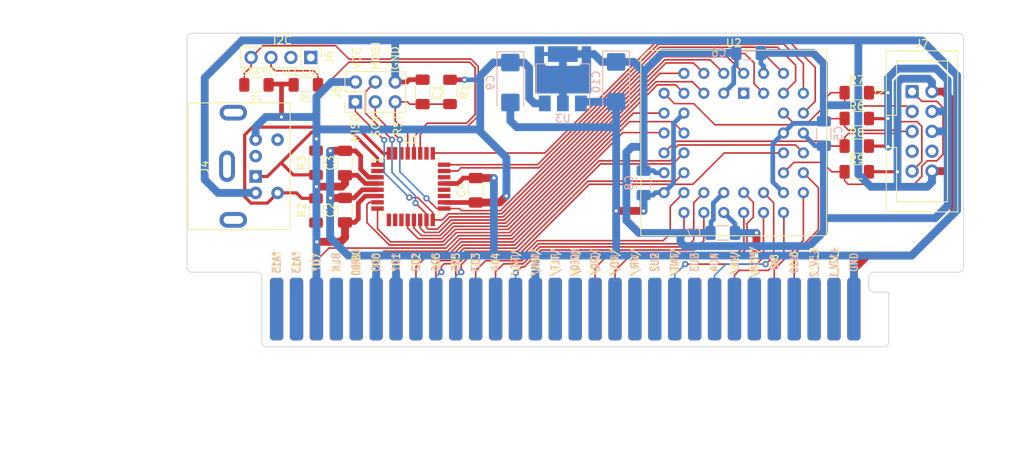
<source format=kicad_pcb>
(kicad_pcb (version 20221018) (generator pcbnew)
  (layers (0 "F.Cu" signal) (31 "B.Cu" signal) (34 "B.Paste" user) (35 "F.Paste" user) (36 "B.SilkS" user "B.Silkscreen") (37 "F.SilkS" user "F.Silkscreen") (38 "B.Mask" user) (39 "F.Mask" user) (44 "Edge.Cuts" user))
  (net 0 "")
  (net 1 "/*A14")
  (net 2 "/*A12")
  (net 3 "GND")
  (net 4 "/DOS{slash}")
  (net 5 "/F14M")
  (net 6 "/RST")
  (net 7 "/CLK")
  (net 8 "/*A0")
  (net 9 "/*A1")
  (net 10 "/*A2")
  (net 11 "/*A3")
  (net 12 "/IOGE{slash}")
  (net 13 "/RDR{slash}")
  (net 14 "/RS{slash}")
  (net 15 "/NU0")
  (net 16 "/NU1")
  (net 17 "/*BSRQ{slash}")
  (net 18 "/*RST{slash}")
  (net 19 "/*A7")
  (net 20 "/*A6")
  (net 21 "/*A5")
  (net 22 "/*A4")
  (net 23 "/CSR{slash}")
  (net 24 "/*BSAK{slash}")
  (net 25 "/*A9")
  (net 26 "/*A11")
  (net 27 "/+5V_1")
  (net 28 "/*A15")
  (net 29 "/*A13")
  (net 30 "/*D7")
  (net 31 "/BLK")
  (net 32 "/TURBO")
  (net 33 "/*D0")
  (net 34 "/*D1")
  (net 35 "/*D2")
  (net 36 "/*D6")
  (net 37 "/*D5")
  (net 38 "/*D3")
  (net 39 "/*D4")
  (net 40 "/*INT{slash}")
  (net 41 "/*NMI{slash}")
  (net 42 "/*HLT{slash}")
  (net 43 "/*MREQ{slash}")
  (net 44 "/*IORQ{slash}")
  (net 45 "/*RD{slash}")
  (net 46 "/*WR{slash}")
  (net 47 "/NU2")
  (net 48 "/*WAIT{slash}")
  (net 49 "/NU3")
  (net 50 "/NU4")
  (net 51 "/*M1{slash}")
  (net 52 "/*RFSH{slash}")
  (net 53 "/*A8")
  (net 54 "/*A10")
  (net 55 "/+5V_2")
  (net 56 "/+12V_1")
  (net 57 "VCC")
  (net 58 "/+3.3V")
  (net 59 "/MDAT")
  (net 61 "/MCLK")
  (net 63 "/DI4{slash}MISO")
  (net 64 "/DI5{slash}SCK")
  (net 65 "/DI3{slash}MOSI")
  (net 66 "/TCK")
  (net 67 "/TDO")
  (net 68 "/TMS")
  (net 71 "/TDI")
  (net 73 "/DI6")
  (net 74 "/DI7")
  (net 78 "/DI0")
  (net 79 "/DI1")
  (net 80 "/DI2")
  (net 84 "/MX")
  (net 85 "/MY")
  (net 86 "/MKEY")
  (net 88 "/SDA")
  (net 89 "/SCL")
  (footprint "Capacitor_SMD:C_1206_3216Metric_Pad1.33x1.80mm_HandSolder" (layer "F.Cu") (at 62.7 132.4 90)
    (fp_text reference "C2")
    (fp_text value "0.1u")
  )
  (footprint "Capacitor_SMD:C_1206_3216Metric_Pad1.33x1.80mm_HandSolder" (layer "F.Cu") (at 62.7 126.3875 90)
    (fp_text reference "C3")
    (fp_text value "0.1u")
  )
  (footprint "Resistor_SMD:R_1206_3216Metric_Pad1.30x1.75mm_HandSolder" (layer "F.Cu") (at 128 120.7)
    (fp_text reference "R6")
    (fp_text value "10K")
  )
  (footprint "Resistor_SMD:R_1206_3216Metric_Pad1.30x1.75mm_HandSolder" (layer "F.Cu") (at 59 132.45 -90)
    (fp_text reference "R2")
    (fp_text value "4.7K")
  )
  (footprint "my_lib:PinSocket_1x31_P2.54mm_2" (layer "F.Cu") (at 53.975 145.034 90)
    (fp_text reference "J2" hide)
    (fp_text value "X1B")
  )
  (footprint "Capacitor_SMD:C_1206_3216Metric_Pad1.33x1.80mm_HandSolder" (layer "F.Cu") (at 79.4 129.8625 90)
    (fp_text reference "C4")
    (fp_text value "0.1u")
  )
  (footprint "Resistor_SMD:R_1206_3216Metric_Pad1.30x1.75mm_HandSolder" (layer "F.Cu") (at 51.4 116.4 180)
    (fp_text reference "R4")
    (fp_text value "2.2K")
  )
  (footprint "Connector_Mini-DIN_Female_6Pin:Connector_Mini-DIN_Female_6Pin_2rows" (layer "F.Cu") (at 51.3 128.1 -90)
    (fp_text reference "J4")
    (fp_text value "Mini-DIN-6")
  )
  (footprint "Connector_PinHeader_2.54mm:PinHeader_1x04_P2.54mm_Vertical" (layer "F.Cu") (at 58.34 112.9 -90)
    (fp_text reference "J6")
    (fp_text value "Conn_01x04 Debug")
  )
  (footprint "Resistor_SMD:R_1206_3216Metric_Pad1.30x1.75mm_HandSolder" (layer "F.Cu") (at 128 124.21875)
    (fp_text reference "R8")
    (fp_text value "10K")
  )
  (footprint "Resistor_SMD:R_1206_3216Metric_Pad1.30x1.75mm_HandSolder" (layer "F.Cu") (at 57.7 116.4)
    (fp_text reference "R5")
    (fp_text value "2.2K")
  )
  (footprint "Capacitor_SMD:C_1206_3216Metric_Pad1.33x1.80mm_HandSolder" (layer "F.Cu") (at 72.6 117.3 -90)
    (fp_text reference "C1")
    (fp_text value "0.1u")
  )
  (footprint "Package_LCC:PLCC-44_THT-Socket" (layer "F.Cu") (at 113.57 117.46875)
    (fp_text reference "U2")
    (fp_text value "EPM3032ALC44")
  )
  (footprint "Connector_PinHeader_2.54mm:PinHeader_2x03_P2.54mm_Vertical" (layer "F.Cu") (at 64.025 118.575 90)
    (fp_text reference "J5")
    (fp_text value "Conn_02x03_Odd_Even ISP")
  )
  (footprint "Package_QFP:TQFP-32_7x7mm_P0.8mm" (layer "F.Cu") (at 71.1 129.4)
    (fp_text reference "U1")
    (fp_text value "ATmega8A-A")
  )
  (footprint "Resistor_SMD:R_1206_3216Metric_Pad1.30x1.75mm_HandSolder" (layer "F.Cu") (at 128 127.5)
    (fp_text reference "R9")
    (fp_text value "10K")
  )
  (footprint "Resistor_SMD:R_1206_3216Metric_Pad1.30x1.75mm_HandSolder" (layer "F.Cu") (at 76.1 117.3 -90)
    (fp_text reference "R1")
    (fp_text value "2.2K")
  )
  (footprint "Resistor_SMD:R_1206_3216Metric_Pad1.30x1.75mm_HandSolder" (layer "F.Cu") (at 128 117.4)
    (fp_text reference "R7")
    (fp_text value "10K")
  )
  (footprint "Resistor_SMD:R_1206_3216Metric_Pad1.30x1.75mm_HandSolder" (layer "F.Cu") (at 59 126.35 90)
    (fp_text reference "R3")
    (fp_text value "4.7K")
  )
  (footprint "Connector_IDC:IDC-Header_2x05_P2.54mm_Vertical" (layer "F.Cu") (at 135.06 117.25875)
    (fp_text reference "J7")
    (fp_text value "Conn_02x05_Odd_Even JTAG")
  )
  (footprint "Capacitor_SMD:C_1206_3216Metric_Pad1.33x1.80mm_HandSolder" (layer "B.Cu") (at 110.9 135.31875)
    (fp_text reference "C7")
    (fp_text value "0.1u")
  )
  (footprint "Package_TO_SOT_SMD:SOT-223-3_TabPin2" (layer "B.Cu") (at 90.5 115.61875 90)
    (fp_text reference "U3")
    (fp_text value "AMS1117-3.3")
  )
  (footprint "Capacitor_Tantalum_SMD:CP_EIA-6032-28_Kemet-C_Pad2.25x2.35mm_HandSolder" (layer "B.Cu") (at 83.8 116.1 -90)
    (fp_text reference "C9")
    (fp_text value "10u")
  )
  (footprint "Capacitor_SMD:C_1206_3216Metric_Pad1.33x1.80mm_HandSolder" (layer "B.Cu") (at 100.8 128.91875 -90)
    (fp_text reference "C8")
    (fp_text value "0.1u")
  )
  (footprint "Capacitor_Tantalum_SMD:CP_EIA-6032-28_Kemet-C_Pad2.25x2.35mm_HandSolder" (layer "B.Cu") (at 97.3 116.01875 -90)
    (fp_text reference "C10")
    (fp_text value "22u")
  )
  (footprint "Capacitor_SMD:C_1206_3216Metric_Pad1.33x1.80mm_HandSolder" (layer "B.Cu") (at 123.8 122.61875 90)
    (fp_text reference "C5")
    (fp_text value "0.1u")
  )
  (footprint "Capacitor_SMD:C_1206_3216Metric_Pad1.33x1.80mm_HandSolder" (layer "B.Cu") (at 114.2 112.31875)
    (fp_text reference "C6")
    (fp_text value "0.1u")
  )
  (footprint "my_lib:PinSocket_1x31_P2.54mm_2" (layer "B.Cu") (at 53.975 145.034 -90)
    (fp_text reference "J1" hide)
    (fp_text value "X1A")
  )
  (gr_arc (start 42.545 110.435) (mid 42.740987 109.981845) (end 43.2 109.8) (stroke (width 0.1)) (layer "Edge.Cuts"))
  (gr_arc (start 129.54 140.97) (mid 129.725987 140.520987) (end 130.175 140.335) (stroke (width 0.1)) (layer "Edge.Cuts"))
  (gr_line (start 43.2 109.8) (end 140.97 109.8) (stroke (width 0.1)) (layer "Edge.Cuts"))
  (gr_arc (start 52.705 149.86) (mid 52.255987 149.674013) (end 52.07 149.225) (stroke (width 0.1)) (layer "Edge.Cuts"))
  (gr_line (start 130.175 140.335) (end 140.97 140.335) (stroke (width 0.1)) (layer "Edge.Cuts"))
  (gr_arc (start 51.435 140.335) (mid 51.884013 140.520987) (end 52.07 140.97) (stroke (width 0.1)) (layer "Edge.Cuts"))
  (gr_line (start 42.545 139.7) (end 42.545 110.435) (stroke (width 0.1)) (layer "Edge.Cuts"))
  (gr_arc (start 130.175 142.875) (mid 129.725987 142.689013) (end 129.54 142.24) (stroke (width 0.1)) (layer "Edge.Cuts"))
  (gr_arc (start 140.97 109.8) (mid 141.419013 109.985987) (end 141.605 110.435) (stroke (width 0.1)) (layer "Edge.Cuts"))
  (gr_line (start 52.07 149.225) (end 52.07 140.97) (stroke (width 0.1)) (layer "Edge.Cuts"))
  (gr_line (start 141.605 139.7) (end 141.605 110.435) (stroke (width 0.1)) (layer "Edge.Cuts"))
  (gr_arc (start 132.08 149.225) (mid 131.894013 149.674013) (end 131.445 149.86) (stroke (width 0.1)) (layer "Edge.Cuts"))
  (gr_line (start 131.445 149.86) (end 52.705 149.86) (stroke (width 0.1)) (layer "Edge.Cuts"))
  (gr_arc (start 141.605 139.7) (mid 141.419013 140.149013) (end 140.97 140.335) (stroke (width 0.1)) (layer "Edge.Cuts"))
  (gr_line (start 51.435 140.335) (end 43.18 140.335) (stroke (width 0.1)) (layer "Edge.Cuts"))
  (gr_line (start 129.54 140.97) (end 129.54 142.24) (stroke (width 0.1)) (layer "Edge.Cuts"))
  (gr_arc (start 43.18 140.335) (mid 42.730987 140.149013) (end 42.545 139.7) (stroke (width 0.1)) (layer "Edge.Cuts"))
  (gr_line (start 132.08 149.225) (end 132.08 142.875) (stroke (width 0.1)) (layer "Edge.Cuts"))
  (gr_line (start 132.08 142.875) (end 130.175 142.875) (stroke (width 0.1)) (layer "Edge.Cuts"))
  (gr_text "*D3" (at 79.375 139.065 90) (layer "B.SilkS") (effects (font (size 1 0.9)) (justify mirror)))
  (gr_text "*D4" (at 81.915 139.065 90) (layer "B.SilkS") (effects (font (size 1 0.9)) (justify mirror)))
  (gr_text "*A8" (at 117.475 139.065 90) (layer "B.SilkS") (effects (font (size 1 0.8)) (justify mirror)))
  (gr_text "MREQ/" (at 92.075 139.065 90) (layer "B.SilkS") (effects (font (size 1 0.7)) (justify mirror)))
  (gr_text "NU4" (at 109.855 139.065 90) (layer "B.SilkS") (effects (font (size 1 0.8)) (justify mirror)))
  (gr_text "*RD/" (at 97.155 139.065 90) (layer "B.SilkS") (effects (font (size 1 0.9)) (justify mirror)))
  (gr_text "*A13" (at 56.515 139.065 90) (layer "B.SilkS") (effects (font (size 1 0.8)) (justify mirror)))
  (gr_text "*WR/" (at 99.695 139.065 90) (layer "B.SilkS") (effects (font (size 1 0.9)) (justify mirror)))
  (gr_text "+12V_1" (at 125.095 139.065 90) (layer "B.SilkS") (effects (font (size 1 0.7)) (justify mirror)))
  (gr_text "GND" (at 127.635 139.065 90) (layer "B.SilkS") (effects (font (size 1 0.8)) (justify mirror)))
  (gr_text "*D1" (at 69.215 139.065 90) (layer "B.SilkS") (effects (font (size 1 0.9)) (justify mirror)))
  (gr_text "*INT/" (at 84.455 139.065 90) (layer "B.SilkS") (effects (font (size 1 0.8)) (justify mirror)))
  (gr_text "IORQ/" (at 94.615 139.065 90) (layer "B.SilkS") (effects (font (size 1 0.7)) (justify mirror)))
  (gr_text "*D6" (at 74.295 139.065 90) (layer "B.SilkS") (effects (font (size 1 0.9)) (justify mirror)))
  (gr_text "TURBO" (at 64.135 139.065 90) (layer "B.SilkS") (effects (font (size 1 0.7)) (justify mirror)))
  (gr_text "*A15" (at 53.975 139.065 90) (layer "B.SilkS") (effects (font (size 1 0.8)) (justify mirror)))
  (gr_text "BLK" (at 61.595 139.065 90) (layer "B.SilkS") (effects (font (size 1 0.9)) (justify mirror)))
  (gr_text "NU3" (at 107.315 139.065 90) (layer "B.SilkS") (effects (font (size 1 0.8)) (justify mirror)))
  (gr_text "*D0" (at 66.675 139.065 90) (layer "B.SilkS") (effects (font (size 1 0.9)) (justify mirror)))
  (gr_text "*D2" (at 71.755 139.065 90) (layer "B.SilkS") (effects (font (size 1 0.9)) (justify mirror)))
  (gr_text "*HLT/" (at 89.535 139.065 90) (layer "B.SilkS") (effects (font (size 1 0.8)) (justify mirror)))
  (gr_text "*M1/" (at 112.395 139.065 90) (layer "B.SilkS") (effects (font (size 1 0.8)) (justify mirror)))
  (gr_text "+5V_2" (at 122.555 139.065 90) (layer "B.SilkS") (effects (font (size 1 0.8)) (justify mirror)))
  (gr_text "NU2" (at 102.235 139.065 90) (layer "B.SilkS") (effects (font (size 1 0.8)) (justify mirror)))
  (gr_text "*RFSH/" (at 114.935 139.065 90) (layer "B.SilkS") (effects (font (size 1 0.7)) (justify mirror)))
  (gr_text "*D7" (at 59.055 139.065 90) (layer "B.SilkS") (effects (font (size 1 0.9)) (justify mirror)))
  (gr_text "*NMI/" (at 86.995 139.065 90) (layer "B.SilkS") (effects (font (size 1 0.8)) (justify mirror)))
  (gr_text "*D5" (at 76.835 139.065 90) (layer "B.SilkS") (effects (font (size 1 0.9)) (justify mirror)))
  (gr_text "*WAIT/" (at 104.775 139.065 90) (layer "B.SilkS") (effects (font (size 1 0.7)) (justify mirror)))
  (gr_text "*A10" (at 120.015 139.065 90) (layer "B.SilkS") (effects (font (size 1 0.8)) (justify mirror)))
  (gr_text "BLK" (at 61.595 139.065 90) (layer "F.SilkS") (effects (font (size 1 0.9))))
  (gr_text "SDA" (at 49.5 115.3) (layer "F.SilkS") (effects (font (size 0.8 0.8) (thickness 0.1)) (justify left bottom)))
  (gr_text "*WAIT/" (at 104.775 139.065 90) (layer "F.SilkS") (effects (font (size 1 0.7))))
  (gr_text "*RD/" (at 97.155 139.065 90) (layer "F.SilkS") (effects (font (size 1 0.9))))
  (gr_text "MOSI" (at 67.2 114.6 90) (layer "F.SilkS") (effects (font (size 1 1)) (justify left bottom)))
  (gr_text "SCK" (at 67.2 123.2 90) (layer "F.SilkS") (effects (font (size 1 1)) (justify left bottom)))
  (gr_text "VCC" (at 54.6 115.3) (layer "F.SilkS") (effects (font (size 0.8 0.8) (thickness 0.1)) (justify left bottom)))
  (gr_text "I2C" (at 53.4 111.3) (layer "F.SilkS") (effects (font (size 1 1)) (justify left bottom)))
  (gr_text "RST" (at 70 123 90) (layer "F.SilkS") (effects (font (size 1 1)) (justify left bottom)))
  (gr_text "NU4" (at 109.855 139.065 90) (layer "F.SilkS") (effects (font (size 1 0.8))))
  (gr_text "*WR/" (at 99.695 139.065 90) (layer "F.SilkS") (effects (font (size 1 0.9))))
  (gr_text "GND" (at 57.1 115.3) (layer "F.SilkS") (effects (font (size 0.8 0.8) (thickness 0.1)) (justify left bottom)))
  (gr_text "*NMI/" (at 86.995 139.065 90) (layer "F.SilkS") (effects (font (size 1 0.8))))
  (gr_text "*RFSH/" (at 114.935 139.065 90) (layer "F.SilkS") (effects (font (size 1 0.7))))
  (gr_text "*D2" (at 71.755 139.065 90) (layer "F.SilkS") (effects (font (size 1 0.9))))
  (gr_text "GND" (at 69.7 114.6 90) (layer "F.SilkS") (effects (font (size 1 1)) (justify left bottom)))
  (gr_text "NU2" (at 102.235 139.065 90) (layer "F.SilkS") (effects (font (size 1 0.8))))
  (gr_text "NU3" (at 107.315 139.065 90) (layer "F.SilkS") (effects (font (size 1 0.8))))
  (gr_text "*D6" (at 74.295 139.065 90) (layer "F.SilkS") (effects (font (size 1 0.9))))
  (gr_text "TURBO" (at 64.135 139.065 90) (layer "F.SilkS") (effects (font (size 1 0.7))))
  (gr_text "SCL" (at 52 115.3) (layer "F.SilkS") (effects (font (size 0.8 0.8) (thickness 0.1)) (justify left bottom)))
  (gr_text "GND" (at 127.635 139.065 90) (layer "F.SilkS") (effects (font (size 1 0.8))))
  (gr_text "MISO" (at 64.6 123.8 90) (layer "F.SilkS") (effects (font (size 1 1)) (justify left bottom)))
  (gr_text "*A8" (at 117.475 139.065 90) (layer "F.SilkS") (effects (font (size 1 0.8))))
  (gr_text "*HLT/" (at 89.535 139.065 90) (layer "F.SilkS") (effects (font (size 1 0.8))))
  (gr_text "*INT/" (at 84.455 139.065 90) (layer "F.SilkS") (effects (font (size 1 0.8))))
  (gr_text "*A13" (at 56.515 139.065 90) (layer "F.SilkS") (effects (font (size 1 0.8))))
  (gr_text "IORQ/" (at 94.615 139.065 90) (layer "F.SilkS") (effects (font (size 1 0.7))))
  (gr_text "MREQ/" (at 92.075 139.065 90) (layer "F.SilkS") (effects (font (size 1 0.7))))
  (gr_text "*D4" (at 81.915 139.065 90) (layer "F.SilkS") (effects (font (size 1 0.9))))
  (gr_text "*A10" (at 120.015 139.065 90) (layer "F.SilkS") (effects (font (size 1 0.8))))
  (gr_text "*D1" (at 69.215 139.065 90) (layer "F.SilkS") (effects (font (size 1 0.9))))
  (gr_text "*A15" (at 53.975 139.065 90) (layer "F.SilkS") (effects (font (size 1 0.8))))
  (gr_text "*M1/" (at 112.395 139.065 90) (layer "F.SilkS") (effects (font (size 1 0.8))))
  (gr_text "*D5" (at 76.835 139.065 90) (layer "F.SilkS") (effects (font (size 1 0.9))))
  (gr_text "VCC" (at 64.8 114.5 90) (layer "F.SilkS") (effects (font (size 1 1)) (justify left bottom)))
  (gr_text "*D3" (at 79.375 139.065 90) (layer "F.SilkS") (effects (font (size 1 0.9))))
  (gr_text "*D0" (at 66.675 139.065 90) (layer "F.SilkS") (effects (font (size 1 0.9))))
  (gr_text "+5V_2" (at 122.555 139.065 90) (layer "F.SilkS") (effects (font (size 1 0.8))))
  (gr_text "*D7" (at 59.055 139.065 90) (layer "F.SilkS") (effects (font (size 1 0.9))))
  (gr_text "+12V_1" (at 125.095 139.065 90) (layer "F.SilkS") (effects (font (size 1 0.7))))
  (segment (start 60.85 130.85) (end 62.7 130.85) (width 1) (layer "F.Cu") (net 3))
  (segment (start 129.35 138.2) (end 135 138.2) (width 1) (layer "F.Cu") (net 3))
  (segment (start 139.05875 117.25875) (end 137.6 117.25875) (width 1) (layer "F.Cu") (net 3))
  (segment (start 79.4 128.3) (end 77.8 128.3) (width 0.6) (layer "F.Cu") (net 3))
  (segment (start 70.9 115.7375) (end 72.6 115.7375) (width 0.6) (layer "F.Cu") (net 3))
  (segment (start 129.55 127.5) (end 133.2 127.5) (width 0.4) (layer "F.Cu") (net 3))
  (segment (start 127.635 145.034) (end 127.635 139.915) (width 1) (layer "F.Cu") (net 3))
  (segment (start 140.4 132.8) (end 140.4 118.6) (width 1) (layer "F.Cu") (net 3))
  (segment (start 69.105 116.035) (end 70.6025 116.035) (width 0.6) (layer "F.Cu") (net 3))
  (segment (start 137.6 127.41875) (end 140.28125 127.41875) (width 1) (layer "F.Cu") (net 3))
  (segment (start 100.8 132.5) (end 97.3 132.5) (width 1) (layer "F.Cu") (net 3))
  (segment (start 64.9 129.8) (end 66.85 129.8) (width 0.6) (layer "F.Cu") (net 3))
  (segment (start 66.85 128.2) (end 65.725 128.2) (width 0.6) (layer "F.Cu") (net 3))
  (segment (start 127.635 139.915) (end 129.35 138.2) (width 1) (layer "F.Cu") (net 3))
  (segment (start 65.725 128.2) (end 64.7 127.175) (width 0.6) (layer "F.Cu") (net 3))
  (segment (start 62.7 130.85) (end 63.85 130.85) (width 0.6) (layer "F.Cu") (net 3))
  (segment (start 64.7 127.175) (end 64.7 125.5) (width 0.6) (layer "F.Cu") (net 3))
  (segment (start 63.85 130.85) (end 64.9 129.8) (width 0.6) (layer "F.Cu") (net 3))
  (segment (start 115.2 135.3) (end 115.2 138.2) (width 1) (layer "F.Cu") (net 3))
  (segment (start 70.6025 116.035) (end 70.9 115.7375) (width 0.6) (layer "F.Cu") (net 3))
  (segment (start 60.825 124.825) (end 62.7 124.825) (width 1) (layer "F.Cu") (net 3))
  (segment (start 77.8 128.3) (end 77.1 129) (width 0.6) (layer "F.Cu") (net 3))
  (segment (start 64.025 124.825) (end 62.7 124.825) (width 0.6) (layer "F.Cu") (net 3))
  (segment (start 79.4 128.3) (end 81.7 128.3) (width 1) (layer "F.Cu") (net 3))
  (segment (start 140.4 118.6) (end 139.05875 117.25875) (width 1) (layer "F.Cu") (net 3))
  (segment (start 64.7 125.5) (end 64.025 124.825) (width 0.6) (layer "F.Cu") (net 3))
  (segment (start 77.1 129) (end 75.35 129) (width 0.6) (layer "F.Cu") (net 3))
  (segment (start 135 138.2) (end 140.4 132.8) (width 1) (layer "F.Cu") (net 3))
  (via (at 81.7 128.3) (size 0.8) (drill 0.4) (layers "F.Cu" "B.Cu") (net 3))
  (via (at 115.2 135.3) (size 0.8) (drill 0.4) (layers "F.Cu" "B.Cu") (net 3))
  (via (at 133.2 127.5) (size 0.8) (drill 0.4) (layers "F.Cu" "B.Cu") (net 3))
  (via (at 60.85 130.85) (size 0.8) (drill 0.4) (layers "F.Cu" "B.Cu") (net 3))
  (via (at 100.8 132.5) (size 0.8) (drill 0.4) (layers "F.Cu" "B.Cu") (net 3))
  (via (at 60.825 124.825) (size 0.8) (drill 0.4) (layers "F.Cu" "B.Cu") (net 3))
  (via (at 97.3 132.5) (size 0.8) (drill 0.4) (layers "F.Cu" "B.Cu") (net 3))
  (via (at 115.2 138.2) (size 0.8) (drill 0.4) (layers "F.Cu" "B.Cu") (net 3))
  (segment (start 63.1 138.2) (end 135 138.2) (width 1) (layer "B.Cu") (net 3))
  (segment (start 69.105 116.035) (end 69.105 110.72375) (width 1) (layer "B.Cu") (net 3))
  (segment (start 46.5 130.2) (end 51.3 130.2) (width 1) (layer "B.Cu") (net 3))
  (segment (start 137.6 128.81875) (end 137.6 127.41875) (width 1) (layer "B.Cu") (net 3))
  (segment (start 104.6212 121.33755) (end 104.6212 128.95755) (width 0.6) (layer "B.Cu") (net 3))
  (segment (start 128.2 119) (end 128.2 122.31875) (width 1) (layer "B.Cu") (net 3))
  (segment (start 119.88 121.31875) (end 118.65 122.54875) (width 0.6) (layer "B.Cu") (net 3))
  (segment (start 60.8 130.8) (end 60.85 130.85) (width 1) (layer "B.Cu") (net 3))
  (segment (start 97.3 121.6) (end 97.3 118.56875) (width 1) (layer "B.Cu") (net 3))
  (segment (start 117.28125 123.9175) (end 118.65 122.54875) (width 0.6) (layer "B.Cu") (net 3))
  (segment (start 133.697056 115.61875) (end 133.2 116.115806) (width 1) (layer "B.Cu") (net 3))
  (segment (start 69.215 145.034) (end 69.215 138.2) (width 1) (layer "B.Cu") (net 3))
  (segment (start 135 138.2) (end 140.8 132.4) (width 1) (layer "B.Cu") (net 3))
  (segment (start 137.6 116.056669) (end 137.162081 115.61875) (width 1) (layer "B.Cu") (net 3))
  (segment (start 102.01875 130.48125) (end 102.33125 130.16875) (width 0.6) (layer "B.Cu") (net 3))
  (segment (start 133.2 116.115806) (end 133.2 127.5) (width 1) (layer "B.Cu") (net 3))
  (segment (start 44.8 115.5) (end 44.8 128.5) (width 1) (layer "B.Cu") (net 3))
  (segment (start 81.7 138.2) (end 81.7 128.3) (width 1) (layer "B.Cu") (net 3))
  (segment (start 137.6 117.25875) (end 137.6 116.056669) (width 1) (layer "B.Cu") (net 3))
  (segment (start 49.58125 110.71875) (end 44.8 115.5) (width 1) (layer "B.Cu") (net 3))
  (segment (start 69.105 110.72375) (end 69.1 110.71875) (width 1) (layer "B.Cu") (net 3))
  (segment (start 115.18125 135.31875) (end 115.2 135.3) (width 0.6) (layer "B.Cu") (net 3))
  (segment (start 112.4625 134.14125) (end 111.03 132.70875) (width 0.6) (layer "B.Cu") (net 3))
  (segment (start 100.8 130.48125) (end 102.01875 130.48125) (width 0.6) (layer "B.Cu") (net 3))
  (segment (start 97.3 132.5) (end 97.3 121.6) (width 1) (layer "B.Cu") (net 3))
  (segment (start 60.8 135.9) (end 63.1 138.2) (width 1) (layer "B.Cu") (net 3))
  (segment (start 127.635 138.2) (end 127.635 145.034) (width 1) (layer "B.Cu") (net 3))
  (segment (start 66.675 145.034) (end 66.675 138.2) (width 1) (layer "B.Cu") (net 3))
  (segment (start 117.28125 128.8) (end 117.28125 123.9175) (width 0.6) (layer "B.Cu") (net 3))
  (segment (start 137.162081 115.61875) (end 133.697056 115.61875) (width 1) (layer "B.Cu") (net 3))
  (segment (start 104.6212 128.95755) (end 103.41 130.16875) (width 0.6) (layer "B.Cu") (net 3))
  (segment (start 133.2 127.5) (end 133.2 129.41875) (width 1) (layer "B.Cu") (net 3))
  (segment (start 123.8 119) (end 128.2 119) (width 1) (layer "B.Cu") (net 3))
  (segment (start 123.8 119) (end 123.8 113.7) (width 1) (layer "B.Cu") (net 3))
  (segment (start 100.8 130.48125) (end 100.8 132.5) (width 1) (layer "B.Cu") (net 3))
  (segment (start 129.8 129.41875) (end 128.2 127.81875) (width 1) (layer "B.Cu") (net 3))
  (segment (start 134 129.41875) (end 129.8 129.41875) (width 1) (layer "B.Cu") (net 3))
  (segment (start 123.8 113.7) (end 122.41875 112.31875) (width 1) (layer "B.Cu") (net 3))
  (segment (start 116.11 114.01) (end 116.11 114.92875) (width 0.6) (layer "B.Cu") (net 3))
  (segment (start 115.7625 113.6625) (end 116.11 114.01) (width 0.6) (layer "B.Cu") (net 3))
  (segment (start 136.31875 110.71875) (end 69.1 110.71875) (width 1) (layer "B.Cu") (net 3))
  (segment (start 122.41875 112.31875) (end 115.7625 112.31875) (width 1) (layer "B.Cu") (net 3))
  (segment (start 102.33125 130.16875) (end 103.41 130.16875) (width 0.6) (layer "B.Cu") (net 3))
  (segment (start 140.8 115.2) (end 136.31875 110.71875) (width 1) (layer "B.Cu") (net 3))
  (segment (start 86.995 145.034) (end 86.995 138.7) (width 1) (layer "B.Cu") (net 3))
  (segment (start 60.825 124.825) (end 60.8 124.85) (width 1) (layer "B.Cu") (net 3))
  (segment (start 112.4625 135.31875) (end 115.18125 135.31875) (width 1) (layer "B.Cu") (net 3))
  (segment (start 137 129.41875) (end 137.6 128.81875) (width 1) (layer "B.Cu") (net 3))
  (segment (start 69.1 110.71875) (end 49.58125 110.71875) (width 1) (layer "B.Cu") (net 3))
  (segment (start 60.8 124.85) (end 60.8 130.8) (width 1) (layer "B.Cu") (net 3))
  (segment (start 93 118.56875) (end 92.8 118.76875) (width 1) (layer "B.Cu") (net 3))
  (segment (start 115.7625 112.31875) (end 115.7625 113.6625) (width 0.6) (layer "B.Cu") (net 3))
  (segment (start 60.85 130.85) (end 60.8 130.9) (width 1) (layer "B.Cu") (net 3))
  (segment (start 60.8 130.9) (end 60.8 135.9) (width 1) (layer "B.Cu") (net 3))
  (segment (start 97.3 138.2) (end 97.3 132.5) (width 1) (layer "B.Cu") (net 3))
  (segment (start 44.8 128.5) (end 46.5 130.2) (width 1) (layer "B.Cu") (net 3))
  (segment (start 83.8 121) (end 83.8 118.65) (width 1) (layer "B.Cu") (net 3))
  (segment (start 84.6 121.8) (end 83.8 121) (width 1) (layer "B.Cu") (net 3))
  (segment (start 123.8 121.05625) (end 123.8 119) (width 1) (layer "B.Cu") (net 3))
  (segment (start 123.5375 121.31875) (end 119.88 121.31875) (width 0.6) (layer "B.Cu") (net 3))
  (segment (start 97.3 118.56875) (end 93 118.56875) (width 1) (layer "B.Cu") (net 3))
  (segment (start 134 129.41875) (end 137 129.41875) (width 1) (layer "B.Cu") (net 3))
  (segment (start 128.2 127.81875) (end 128.2 122.31875) (width 1) (layer "B.Cu") (net 3))
  (segment (start 112.4625 135.31875) (end 112.4625 134.14125) (width 0.6) (layer "B.Cu") (net 3))
  (segment (start 140.8 132.4) (end 140.8 115.2) (width 1) (layer "B.Cu") (net 3))
  (segment (start 123.8 121.05625) (end 123.5375 121.31875) (width 0.6) (layer "B.Cu") (net 3))
  (segment (start 117.28125 128.8) (end 118.65 130.16875) (width 0.6) (layer "B.Cu") (net 3))
  (segment (start 105.95 120.00875) (end 104.6212 121.33755) (width 0.6) (layer "B.Cu") (net 3))
  (segment (start 128.2 110.71875) (end 128.2 119) (width 1) (layer "B.Cu") (net 3))
  (segment (start 97.1 121.8) (end 84.6 121.8) (width 1) (layer "B.Cu") (net 3))
  (segment (start 70.675 118.575) (end 70.9625 118.8625) (width 0.2) (layer "F.Cu") (net 6))
  (segment (start 69.105 118.575) (end 70.675 118.575) (width 0.2) (layer "F.Cu") (net 6))
  (segment (start 70.9625 118.8625) (end 72.6 118.8625) (width 0.2) (layer "F.Cu") (net 6))
  (segment (start 72.6 118.8625) (end 75.4875 118.8625) (width 0.2) (layer "F.Cu") (net 6))
  (segment (start 70.7 122.6) (end 69.105 121.005) (width 0.2) (layer "F.Cu") (net 6))
  (segment (start 69.105 121.005) (end 69.105 118.575) (width 0.2) (layer "F.Cu") (net 6))
  (segment (start 70.7 125.15) (end 70.7 122.6) (width 0.2) (layer "F.Cu") (net 6))
  (segment (start 93.7 128.7) (end 104.87875 128.7) (width 0.2) (layer "F.Cu") (net 8))
  (segment (start 76.447055 139.250002) (end 78.034557 137.6625) (width 0.2) (layer "F.Cu") (net 8))
  (segment (start 78.034557 137.6625) (end 84.7375 137.6625) (width 0.2) (layer "F.Cu") (net 8))
  (segment (start 75.349998 139.250002) (end 76.447055 139.250002) (width 0.2) (layer "F.Cu") (net 8))
  (segment (start 104.87875 128.7) (end 105.95 127.62875) (width 0.2) (layer "F.Cu") (net 8))
  (segment (start 74.995 140.31875) (end 74.995 139.605) (width 0.2) (layer "F.Cu") (net 8))
  (segment (start 84.7375 137.6625) (end 93.7 128.7) (width 0.2) (layer "F.Cu") (net 8))
  (segment (start 74.995 139.605) (end 75.349998 139.250002) (width 0.2) (layer "F.Cu") (net 8))
  (via (at 74.995 140.31875) (size 0.8) (drill 0.4) (layers "F.Cu" "B.Cu") (net 8))
  (segment (start 74.295 145.034) (end 74.295 140.905) (width 0.2) (layer "B.Cu") (net 8))
  (segment (start 74.88125 140.31875) (end 74.995 140.31875) (width 0.2) (layer "B.Cu") (net 8))
  (segment (start 74.295 140.905) (end 74.88125 140.31875) (width 0.2) (layer "B.Cu") (net 8))
  (segment (start 87.231372 136.3) (end 103.3 136.3) (width 0.2) (layer "F.Cu") (net 9))
  (segment (start 77.535 139.365) (end 78.4375 138.4625) (width 0.2) (layer "F.Cu") (net 9))
  (segment (start 104.2 131.91875) (end 105.95 130.16875) (width 0.2) (layer "F.Cu") (net 9))
  (segment (start 78.4375 138.4625) (end 85.068872 138.4625) (width 0.2) (layer "F.Cu") (net 9))
  (segment (start 77.535 140.31875) (end 77.535 139.365) (width 0.2) (layer "F.Cu") (net 9))
  (segment (start 104.2 135.4) (end 104.2 131.91875) (width 0.2) (layer "F.Cu") (net 9))
  (segment (start 85.068872 138.4625) (end 87.231372 136.3) (width 0.2) (layer "F.Cu") (net 9))
  (segment (start 103.3 136.3) (end 104.2 135.4) (width 0.2) (layer "F.Cu") (net 9))
  (via (at 77.535 140.31875) (size 0.8) (drill 0.4) (layers "F.Cu" "B.Cu") (net 9))
  (segment (start 76.835 140.865) (end 77.38125 140.31875) (width 0.2) (layer "B.Cu") (net 9))
  (segment (start 77.38125 140.31875) (end 77.535 140.31875) (width 0.2) (layer "B.Cu") (net 9))
  (segment (start 76.835 145.034) (end 76.835 140.865) (width 0.2) (layer "B.Cu") (net 9))
  (segment (start 108.49 136.31) (end 108.49 132.70875) (width 0.2) (layer "F.Cu") (net 12))
  (segment (start 107.3 137.5) (end 108.49 136.31) (width 0.2) (layer "F.Cu") (net 12))
  (segment (start 84.5 140.4) (end 85.2375 139.6625) (width 0.2) (layer "F.Cu") (net 12))
  (segment (start 85.2375 139.6625) (end 85.56593 139.6625) (width 0.2) (layer "F.Cu") (net 12))
  (segment (start 85.56593 139.6625) (end 87.72843 137.5) (width 0.2) (layer "F.Cu") (net 12))
  (segment (start 87.72843 137.5) (end 107.3 137.5) (width 0.2) (layer "F.Cu") (net 12))
  (via (at 84.5 140.4) (size 0.8) (drill 0.4) (layers "F.Cu" "B.Cu") (net 12))
  (segment (start 84.455 145.034) (end 84.455 140.445) (width 0.2) (layer "B.Cu") (net 12))
  (segment (start 84.455 140.445) (end 84.5 140.4) (width 0.2) (layer "B.Cu") (net 12))
  (segment (start 116.1 138.431371) (end 116.1 132.71875) (width 0.2) (layer "F.Cu") (net 19))
  (segment (start 106.1 139.3) (end 115.231371 139.3) (width 0.2) (layer "F.Cu") (net 19))
  (segment (start 115.231371 139.3) (end 116.1 138.431371) (width 0.2) (layer "F.Cu") (net 19))
  (via (at 106.1 139.3) (size 0.8) (drill 0.4) (layers "F.Cu" "B.Cu") (net 19))
  (segment (start 104.775 140.625) (end 104.775 145.034) (width 0.2) (layer "B.Cu") (net 19))
  (segment (start 106.1 139.3) (end 104.775 140.625) (width 0.2) (layer "B.Cu") (net 19))
  (segment (start 116.4 139.3) (end 117.4 138.3) (width 0.2) (layer "F.Cu") (net 21))
  (segment (start 116.36066 139.3) (end 116.4 139.3) (width 0.2) (layer "F.Cu") (net 21))
  (segment (start 117.4 138.3) (end 117.4 131.45875) (width 0.2) (layer "F.Cu") (net 21))
  (segment (start 117.4 131.45875) (end 116.11 130.16875) (width 0.2) (layer "F.Cu") (net 21))
  (via (at 116.36066 139.3) (size 0.8) (drill 0.4) (layers "F.Cu" "B.Cu") (net 21))
  (segment (start 116.36066 139.3) (end 111.3 139.3) (width 0.2) (layer "B.Cu") (net 21))
  (segment (start 109.855 140.745) (end 109.855 145.034) (width 0.2) (layer "B.Cu") (net 21))
  (segment (start 111.3 139.3) (end 109.855 140.745) (width 0.2) (layer "B.Cu") (net 21))
  (segment (start 77.171814 135.6625) (end 83.860046 135.6625) (width 0.2) (layer "F.Cu") (net 30))
  (segment (start 59.055 145.034) (end 59.055 138.845) (width 0.2) (layer "F.Cu") (net 30))
  (segment (start 75.584314 137.25) (end 77.171814 135.6625) (width 0.2) (layer "F.Cu") (net 30))
  (segment (start 83.860046 135.6625) (end 99.513796 120.00875) (width 0.2) (layer "F.Cu") (net 30))
  (segment (start 59.055 138.845) (end 60.65 137.25) (width 0.2) (layer "F.Cu") (net 30))
  (segment (start 60.65 137.25) (end 75.584314 137.25) (width 0.2) (layer "F.Cu") (net 30))
  (segment (start 99.513796 120.00875) (end 103.41 120.00875) (width 0.2) (layer "F.Cu") (net 30))
  (segment (start 75.784312 137.650002) (end 77.371814 136.0625) (width 0.2) (layer "F.Cu") (net 33))
  (segment (start 66.675 138.625) (end 67.649998 137.650002) (width 0.2) (layer "F.Cu") (net 33))
  (segment (start 104.50125 121.1) (end 105.95 122.54875) (width 0.2) (layer "F.Cu") (net 33))
  (segment (start 67.649998 137.650002) (end 75.784312 137.650002) (width 0.2) (layer "F.Cu") (net 33))
  (segment (start 77.371814 136.0625) (end 84.025732 136.0625) (width 0.2) (layer "F.Cu") (net 33))
  (segment (start 66.675 145.034) (end 66.675 138.625) (width 0.2) (layer "F.Cu") (net 33))
  (segment (start 98.988232 121.1) (end 104.50125 121.1) (width 0.2) (layer "F.Cu") (net 33))
  (segment (start 84.025732 136.0625) (end 98.988232 121.1) (width 0.2) (layer "F.Cu") (net 33))
  (segment (start 75.949998 138.050002) (end 77.5375 136.4625) (width 0.2) (layer "F.Cu") (net 34))
  (segment (start 69.215 145.034) (end 69.215 138.885) (width 0.2) (layer "F.Cu") (net 34))
  (segment (start 84.191418 136.4625) (end 98.153918 122.5) (width 0.2) (layer "F.Cu") (net 34))
  (segment (start 70.049998 138.050002) (end 75.949998 138.050002) (width 0.2) (layer "F.Cu") (net 34))
  (segment (start 77.5375 136.4625) (end 84.191418 136.4625) (width 0.2) (layer "F.Cu") (net 34))
  (segment (start 69.215 138.885) (end 70.049998 138.050002) (width 0.2) (layer "F.Cu") (net 34))
  (segment (start 98.153918 122.5) (end 103.36125 122.5) (width 0.2) (layer "F.Cu") (net 34))
  (segment (start 104.7 125.6) (end 104.7 124.6) (width 0.2) (layer "F.Cu") (net 35))
  (segment (start 104.7 124.6) (end 105.22245 124.07755) (width 0.2) (layer "F.Cu") (net 35))
  (segment (start 71.755 139.645) (end 72.949998 138.450002) (width 0.2) (layer "F.Cu") (net 35))
  (segment (start 84.357104 136.8625) (end 95.119604 126.1) (width 0.2) (layer "F.Cu") (net 35))
  (segment (start 76.115684 138.450002) (end 77.703186 136.8625) (width 0.2) (layer "F.Cu") (net 35))
  (segment (start 105.22245 124.07755) (end 120.1788 124.07755) (width 0.2) (layer "F.Cu") (net 35))
  (segment (start 120.1788 124.07755) (end 121.19 125.08875) (width 0.2) (layer "F.Cu") (net 35))
  (segment (start 77.703186 136.8625) (end 84.357104 136.8625) (width 0.2) (layer "F.Cu") (net 35))
  (segment (start 104.2 126.1) (end 104.7 125.6) (width 0.2) (layer "F.Cu") (net 35))
  (segment (start 71.755 145.034) (end 71.755 139.645) (width 0.2) (layer "F.Cu") (net 35))
  (segment (start 72.949998 138.450002) (end 76.115684 138.450002) (width 0.2) (layer "F.Cu") (net 35))
  (segment (start 95.119604 126.1) (end 104.2 126.1) (width 0.2) (layer "F.Cu") (net 35))
  (segment (start 84.5375 137.2625) (end 95.3 126.5) (width 0.2) (layer "F.Cu") (net 36))
  (segment (start 95.3 126.5) (end 104.53875 126.5) (width 0.2) (layer "F.Cu") (net 36))
  (segment (start 74.295 145.034) (end 74.295 139.305) (width 0.2) (layer "F.Cu") (net 36))
  (segment (start 77.868872 137.2625) (end 84.5375 137.2625) (width 0.2) (layer "F.Cu") (net 36))
  (segment (start 76.28137 138.850002) (end 77.868872 137.2625) (width 0.2) (layer "F.Cu") (net 36))
  (segment (start 74.749998 138.850002) (end 76.28137 138.850002) (width 0.2) (layer "F.Cu") (net 36))
  (segment (start 74.295 139.305) (end 74.749998 138.850002) (width 0.2) (layer "F.Cu") (net 36))
  (segment (start 104.53875 126.5) (end 105.95 125.08875) (width 0.2) (layer "F.Cu") (net 36))
  (segment (start 93.865686 129.1) (end 107.1 129.1) (width 0.2) (layer "F.Cu") (net 37))
  (segment (start 84.903186 138.0625) (end 93.865686 129.1) (width 0.2) (layer "F.Cu") (net 37))
  (segment (start 76.835 145.034) (end 76.835 139.499314) (width 0.2) (layer "F.Cu") (net 37))
  (segment (start 111.1 125.1) (end 118.63875 125.1) (width 0.2) (layer "F.Cu") (net 37))
  (segment (start 107.1 129.1) (end 111.1 125.1) (width 0.2) (layer "F.Cu") (net 37))
  (segment (start 76.835 139.499314) (end 78.271814 138.0625) (width 0.2) (layer "F.Cu") (net 37))
  (segment (start 78.271814 138.0625) (end 84.903186 138.0625) (width 0.2) (layer "F.Cu") (net 37))
  (segment (start 87.397058 136.7) (end 105.1 136.7) (width 0.2) (layer "F.Cu") (net 38))
  (segment (start 79.375 145.034) (end 79.375 140.125) (width 0.2) (layer "F.Cu") (net 38))
  (segment (start 79.375 140.125) (end 80.6375 138.8625) (width 0.2) (layer "F.Cu") (net 38))
  (segment (start 80.6375 138.8625) (end 85.234558 138.8625) (width 0.2) (layer "F.Cu") (net 38))
  (segment (start 105.1 136.7) (end 105.95 135.85) (width 0.2) (layer "F.Cu") (net 38))
  (segment (start 85.234558 138.8625) (end 87.397058 136.7) (width 0.2) (layer "F.Cu") (net 38))
  (segment (start 105.95 135.85) (end 105.95 132.70875) (width 0.2) (layer "F.Cu") (net 38))
  (segment (start 82.9375 139.2625) (end 85.400244 139.2625) (width 0.2) (layer "F.Cu") (net 39))
  (segment (start 81.915 145.034) (end 81.915 140.285) (width 0.2) (layer "F.Cu") (net 39))
  (segment (start 106.3 137.1) (end 107.2 136.2) (width 0.2) (layer "F.Cu") (net 39))
  (segment (start 85.400244 139.2625) (end 87.562744 137.1) (width 0.2) (layer "F.Cu") (net 39))
  (segment (start 81.915 140.285) (end 82.9375 139.2625) (width 0.2) (layer "F.Cu") (net 39))
  (segment (start 87.562744 137.1) (end 106.3 137.1) (width 0.2) (layer "F.Cu") (net 39))
  (segment (start 107.2 136.2) (end 107.2 131.45875) (width 0.2) (layer "F.Cu") (net 39))
  (segment (start 107.2 131.45875) (end 108.49 130.16875) (width 0.2) (layer "F.Cu") (net 39))
  (segment (start 113.6 137.065685) (end 113.6 132.73875) (width 0.2) (layer "F.Cu") (net 44))
  (segment (start 96.5 137.9) (end 112.765685 137.9) (width 0.2) (layer "F.Cu") (net 44))
  (segment (start 94.615 145.034) (end 94.615 139.785) (width 0.2) (layer "F.Cu") (net 44))
  (segment (start 94.615 139.785) (end 96.5 137.9) (width 0.2) (layer "F.Cu") (net 44))
  (segment (start 112.765685 137.9) (end 113.6 137.065685) (width 0.2) (layer "F.Cu") (net 44))
  (segment (start 99 138.3) (end 112.931371 138.3) (width 0.2) (layer "F.Cu") (net 45))
  (segment (start 112.931371 138.3) (end 114 137.23137) (width 0.2) (layer "F.Cu") (net 45))
  (segment (start 114.8 133.3) (end 114.8 131.39875) (width 0.2) (layer "F.Cu") (net 45))
  (segment (start 114 134.1) (end 114.8 133.3) (width 0.2) (layer "F.Cu") (net 45))
  (segment (start 114 137.23137) (end 114 134.1) (width 0.2) (layer "F.Cu") (net 45))
  (segment (start 97.155 145.034) (end 97.155 140.145) (width 0.2) (layer "F.Cu") (net 45))
  (segment (start 114.8 131.39875) (end 113.57 130.16875) (width 0.2) (layer "F.Cu") (net 45))
  (segment (start 97.155 140.145) (end 99 138.3) (width 0.2) (layer "F.Cu") (net 45))
  (segment (start 116.7 140.1) (end 118.7 138.1) (width 0.2) (layer "F.Cu") (net 51))
  (segment (start 113 140.1) (end 116.7 140.1) (width 0.2) (layer "F.Cu") (net 51))
  (segment (start 112.395 145.034) (end 112.395 140.705) (width 0.2) (layer "F.Cu") (net 51))
  (segment (start 112.395 140.705) (end 113 140.1) (width 0.2) (layer "F.Cu") (net 51))
  (segment (start 118.7 138.1) (end 118.7 132.75875) (width 0.2) (layer "F.Cu") (net 51))
  (segment (start 117.475 139.959314) (end 121.19 136.244314) (width 0.2) (layer "F.Cu") (net 53))
  (segment (start 121.19 136.244314) (end 121.19 130.16875) (width 0.2) (layer "F.Cu") (net 53))
  (segment (start 117.475 145.034) (end 117.475 139.959314) (width 0.2) (layer "F.Cu") (net 53))
  (segment (start 120.015 137.985) (end 123.1 134.9) (width 0.2) (layer "F.Cu") (net 54))
  (segment (start 120.015 145.034) (end 120.015 137.985) (width 0.2) (layer "F.Cu") (net 54))
  (segment (start 123.1 129.53875) (end 121.19 127.62875) (width 0.2) (layer "F.Cu") (net 54))
  (segment (start 123.1 134.9) (end 123.1 129.53875) (width 0.2) (layer "F.Cu") (net 54))
  (segment (start 59.1 136.445) (end 59.1 134.1) (width 0.6) (layer "F.Cu") (net 57))
  (segment (start 56.05 116.3) (end 56.15 116.4) (width 0.6) (layer "F.Cu") (net 57))
  (segment (start 59.105 136.45) (end 59.1 136.445) (width 0.6) (layer "F.Cu") (net 57))
  (segment (start 62.7 133.975) (end 63.925 133.975) (width 0.6) (layer "F.Cu") (net 57))
  (segment (start 77.95 115.75) (end 76.1 115.75) (width 0.6) (layer "F.Cu") (net 57))
  (segment (start 65.3 129) (end 66.85 129) (width 0.6) (layer "F.Cu") (net 57))
  (segment (start 59.105 136.45) (end 62.15 136.45) (width 1) (layer "F.Cu") (net 57))
  (segment (start 64.4 133.5) (end 64.4 131.5) (width 0.6) (layer "F.Cu") (net 57))
  (segment (start 64.4 131.5) (end 65.3 130.6) (width 0.6) (layer "F.Cu") (net 57))
  (segment (start 54.6 116.3) (end 54.6 120.5) (width 0.6) (layer "F.Cu") (net 57))
  (segment (start 53.05 116.3) (end 54.6 116.3) (width 0.6) (layer "F.Cu") (net 57))
  (segment (start 79.4 131.425) (end 75.375 131.425) (width 0.6) (layer "F.Cu") (net 57))
  (segment (start 82.440688 131.425) (end 83.282844 130.582844) (width 1) (layer "F.Cu") (net 57))
  (segment (start 63.925 133.975) (end 64.4 133.5) (width 0.6) (layer "F.Cu") (net 57))
  (segment (start 59.055 129.4) (end 62.3 129.4) (width 1) (layer "F.Cu") (net 57))
  (segment (start 62.7 127.95) (end 64.25 127.95) (width 0.6) (layer "F.Cu") (net 57))
  (segment (start 75.375 131.425) (end 75.35 131.4) (width 0.4) (layer "F.Cu") (net 57))
  (segment (start 65.3 130.6) (end 66.85 130.6) (width 0.6) (layer "F.Cu") (net 57))
  (segment (start 54.6 116.3) (end 56.05 116.3) (width 0.6) (layer "F.Cu") (net 57))
  (segment (start 62.7 129) (end 62.7 127.95) (width 1) (layer "F.Cu") (net 57))
  (segment (start 62.3 129.4) (end 62.7 129) (width 1) (layer "F.Cu") (net 57))
  (segment (start 62.15 136.45) (end 62.7 135.9) (width 1) (layer "F.Cu") (net 57))
  (segment (start 59.1 134.1) (end 59 134) (width 0.6) (layer "F.Cu") (net 57))
  (segment (start 79.4 131.425) (end 82.440688 131.425) (width 1) (layer "F.Cu") (net 57))
  (segment (start 59.055 123.3) (end 59.055 124.745) (width 0.6) (layer "F.Cu") (net 57))
  (segment (start 62.7 135.9) (end 62.7 133.975) (width 1) (layer "F.Cu") (net 57))
  (segment (start 64.25 127.95) (end 65.3 129) (width 0.6) (layer "F.Cu") (net 57))
  (segment (start 52.95 116.4) (end 53.05 116.3) (width 0.6) (layer "F.Cu") (net 57))
  (via (at 54.6 120.5) (size 0.8) (drill 0.4) (layers "F.Cu" "B.Cu") (net 57))
  (via (at 59.055 129.4) (size 0.8) (drill 0.4) (layers "F.Cu" "B.Cu") (net 57))
  (via (at 59.105 136.45) (size 0.8) (drill 0.4) (layers "F.Cu" "B.Cu") (net 57))
  (via (at 77.95 115.75) (size 0.8) (drill 0.4) (layers "F.Cu" "B.Cu") (net 57))
  (via (at 83.282844 130.582844) (size 0.8) (drill 0.4) (layers "F.Cu" "B.Cu") (net 57))
  (via (at 59.055 123.3) (size 0.8) (drill 0.4) (layers "F.Cu" "B.Cu") (net 57))
  (segment (start 59.055 120.5) (end 59.055 122.1) (width 1) (layer "B.Cu") (net 57))
  (segment (start 59.055 122.1) (end 59.055 123.3) (width 1) (layer "B.Cu") (net 57))
  (segment (start 59.055 117.945) (end 59.055 120.5) (width 1) (layer "B.Cu") (net 57))
  (segment (start 59.105 136.45) (end 59.055 136.5) (width 1) (layer "B.Cu") (net 57))
  (segment (start 59.055 120.5) (end 54.6 120.5) (width 1) (layer "B.Cu") (net 57))
  (segment (start 51.3 121.8) (end 51.3 123.4) (width 1) (layer "B.Cu") (net 57))
  (segment (start 83.8 113.55) (end 85.55 113.55) (width 1) (layer "B.Cu") (net 57))
  (segment (start 85.55 113.55) (end 86.2 114.2) (width 1) (layer "B.Cu") (net 57))
  (segment (start 86.2 118.1) (end 86.86875 118.76875) (width 1) (layer "B.Cu") (net 57))
  (segment (start 83.8 113.55) (end 81.65 113.55) (width 1) (layer "B.Cu") (net 57))
  (segment (start 60.965 116.035) (end 59.055 117.945) (width 1) (layer "B.Cu") (net 57))
  (segment (start 59.055 136.4) (end 59.105 136.45) (width 1) (layer "B.Cu") (net 57))
  (segment (start 59.055 122.1) (end 79.6 122.1) (width 1) (layer "B.Cu") (net 57))
  (segment (start 59.055 123.3) (end 59.055 136.4) (width 1) (layer "B.Cu") (net 57))
  (segment (start 77.95 115.75) (end 79.9 115.75) (width 0.6) (layer "B.Cu") (net 57))
  (segment (start 59.055 136.5) (end 59.055 145.034) (width 1) (layer "B.Cu") (net 57))
  (segment (start 86.86875 118.76875) (end 88.2 118.76875) (width 1) (layer "B.Cu") (net 57))
  (segment (start 83.3 125.7) (end 83.3 130.565688) (width 1) (layer "B.Cu") (net 57))
  (segment (start 79.95 115.25) (end 79.95 122.35) (width 1) (layer "B.Cu") (net 57))
  (segment (start 81.65 113.55) (end 79.95 115.25) (width 1) (layer "B.Cu") (net 57))
  (segment (start 79.95 122.35) (end 83.3 125.7) (width 1) (layer "B.Cu") (net 57))
  (segment (start 83.3 130.565688) (end 83.282844 130.582844) (width 1) (layer "B.Cu") (net 57))
  (segment (start 64.025 116.035) (end 60.965 116.035) (width 1) (layer "B.Cu") (net 57))
  (segment (start 54.6 120.5) (end 52.6 120.5) (width 1) (layer "B.Cu") (net 57))
  (segment (start 86.2 114.2) (end 86.2 118.1) (width 1) (layer "B.Cu") (net 57))
  (segment (start 52.6 120.5) (end 51.3 121.8) (width 1) (layer "B.Cu") (net 57))
  (segment (start 132 117.4) (end 129.55 117.4) (width 0.4) (layer "F.Cu") (net 58))
  (segment (start 131.91875 124.21875) (end 129.55 124.21875) (width 0.4) (layer "F.Cu") (net 58))
  (segment (start 129.55 120.71875) (end 131.98125 120.71875) (width 0.4) (layer "F.Cu") (net 58))
  (segment (start 132 124.3) (end 131.91875 124.21875) (width 0.4) (layer "F.Cu") (net 58))
  (segment (start 131.98125 120.71875) (end 132 120.7) (width 0.4) (layer "F.Cu") (net 58))
  (via (at 132 124.3) (size 0.8) (drill 0.4) (layers "F.Cu" "B.Cu") (net 58))
  (via (at 132 120.7) (size 0.8) (drill 0.4) (layers "F.Cu" "B.Cu") (net 58))
  (via (at 132 117.4) (size 0.8) (drill 0.4) (layers "F.Cu" "B.Cu") (net 58))
  (segment (start 99.55 113.46875) (end 97.3 113.46875) (width 1) (layer "B.Cu") (net 58))
  (segment (start 99.3 124.31875) (end 98.6 125.01875) (width 1) (layer "B.Cu") (net 58))
  (segment (start 109.4 135.25625) (end 109.4 133.9) (width 0.6) (layer "B.Cu") (net 58))
  (segment (start 123.8 135.11875) (end 123.8 133.41875) (width 1) (layer "B.Cu") (net 58))
  (segment (start 133.2 114.31875) (end 132 115.51875) (width 1) (layer "B.Cu") (net 58))
  (segment (start 137.6 119.79875) (end 139.59875 119.79875) (width 1) (layer "B.Cu") (net 58))
  (segment (start 121.91875 137) (end 123.8 135.11875) (width 1) (layer "B.Cu") (net 58))
  (segment (start 139.6 119.8) (end 139.6 115.81875) (width 1) (layer "B.Cu") (net 58))
  (segment (start 95.46875 113.46875) (end 97.3 113.46875) (width 1) (layer "B.Cu") (net 58))
  (segment (start 102.05625 127.35625) (end 102.32875 127.62875) (width 0.6) (layer "B.Cu") (net 58))
  (segment (start 139.6 131.81875) (end 138 133.41875) (width 1) (layer "B.Cu") (net 58))
  (segment (start 102.32875 127.62875) (end 103.41 127.62875) (width 0.6) (layer "B.Cu") (net 58))
  (segment (start 105.5 135.31875) (end 109.3375 135.31875) (width 1) (layer "B.Cu") (net 58))
  (segment (start 123.8 124.18125) (end 122.68125 124.18125) (width 0.6) (layer "B.Cu") (net 58))
  (segment (start 90.5 118.76875) (end 90.5 112.46875) (width 1) (layer "B.Cu") (net 58))
  (segment (start 94.46875 112.46875) (end 95.46875 113.46875) (width 1) (layer "B.Cu") (net 58))
  (segment (start 112.6375 113.8213) (end 112.3 114.1588) (width 0.6) (layer "B.Cu") (net 58))
  (segment (start 138.1 114.31875) (end 133.2 114.31875) (width 1) (layer "B.Cu") (net 58))
  (segment (start 109.7 131.49875) (end 111.03 130.16875) (width 0.6) (layer "B.Cu") (net 58))
  (segment (start 121.19 122.69) (end 121.19 122.54875) (width 0.6) (layer "B.Cu") (net 58))
  (segment (start 98.6 125.01875) (end 98.6 133.71875) (width 1) (layer "B.Cu") (net 58))
  (segment (start 139.6 121.75875) (end 139.6 131.81875) (width 1) (layer "B.Cu") (net 58))
  (segment (start 112.6375 112.31875) (end 112.6375 113.8213) (width 0.6) (layer "B.Cu") (net 58))
  (segment (start 100.8 124.31875) (end 100.8 114.71875) (width 1) (layer "B.Cu") (net 58))
  (segment (start 100.8 127.35625) (end 100.8 124.31875) (width 1) (layer "B.Cu") (net 58))
  (segment (start 105.5 136.5) (end 106 137) (width 1) (layer "B.Cu") (net 58))
  (segment (start 98.6 133.71875) (end 100.2 135.31875) (width 1) (layer "B.Cu") (net 58))
  (segment (start 112.3 114.1588) (end 112.3 116.19875) (width 0.6) (layer "B.Cu") (net 58))
  (segment (start 122.68125 124.18125) (end 121.19 122.69) (width 0.6) (layer "B.Cu") (net 58))
  (segment (start 139.59875 119.79875) (end 139.6 119.8) (width 1) (layer "B.Cu") (net 58))
  (segment (start 109.4 133.9) (end 109.7012 133.5988) (width 0.6) (layer "B.Cu") (net 58))
  (segment (start 100.8 127.35625) (end 102.05625 127.35625) (width 0.6) (layer "B.Cu") (net 58))
  (segment (start 109.7012 131.49995) (end 109.7 131.49875) (width 0.6) (layer "B.Cu") (net 58))
  (segment (start 138 133.41875) (end 123.8 133.41875) (width 1) (layer "B.Cu") (net 58))
  (segment (start 90.5 112.46875) (end 94.46875 112.46875) (width 1) (layer "B.Cu") (net 58))
  (segment (start 100.8 114.71875) (end 103.2 112.31875) (width 1) (layer "B.Cu") (net 58))
  (segment (start 100.2 135.31875) (end 105.5 135.31875) (width 1) (layer "B.Cu") (net 58))
  (segment (start 132 120.7) (end 132 124.3) (width 1) (layer "B.Cu") (net 58))
  (segment (start 105.5 135.31875) (end 105.5 136.5) (width 1) (layer "B.Cu") (net 58))
  (segment (start 139.6 115.81875) (end 138.1 114.31875) (width 1) (layer "B.Cu") (net 58))
  (segment (start 112.3 116.19875) (end 111.03 117.46875) (width 0.6) (layer "B.Cu") (net 58))
  (segment (start 100.8 114.71875) (end 99.55 113.46875) (width 1) (layer "B.Cu") (net 58))
  (segment (start 132 115.51875) (end 132 120.7) (width 1) (layer "B.Cu") (net 58))
  (segment (start 137.6 122.33875) (end 139.6 122.33875) (width 1) (layer "B.Cu") (net 58))
  (segment (start 100.8 124.31875) (end 99.3 124.31875) (width 1) (layer "B.Cu") (net 58))
  (segment (start 123.8 133.41875) (end 123.8 124.18125) (width 1) (layer "B.Cu") (net 58))
  (segment (start 90.5 112.46875) (end 90.55 112.41875) (width 1) (layer "B.Cu") (net 58))
  (segment (start 106 137) (end 121.91875 137) (width 1) (layer "B.Cu") (net 58))
  (segment (start 139.6 121.75875) (end 139.6 119.8) (width 1) (layer "B.Cu") (net 58))
  (segment (start 109.7012 133.5988) (end 109.7012 131.49995) (width 0.6) (layer "B.Cu") (net 58))
  (segment (start 103.2 112.31875) (end 112.6375 112.31875) (width 1) (layer "B.Cu") (net 58))
  (segment (start 52.8 128.1) (end 58.5 122.4) (width 0.4) (layer "F.Cu") (net 59))
  (segment (start 58.5 122.4) (end 63.5 122.4) (width 0.4) (layer "F.Cu") (net 59))
  (segment (start 56.1 127.9) (end 54.55 126.35) (width 0.4) (layer "F.Cu") (net 59))
  (segment (start 59 127.9) (end 56.1 127.9) (width 0.4) (layer "F.Cu") (net 59))
  (segment (start 63.5 122.4) (end 66.85 125.75) (width 0.4) (layer "F.Cu") (net 59))
  (segment (start 66.85 125.75) (end 66.85 126.6) (width 0.4) (layer "F.Cu") (net 59))
  (segment (start 52.8 128.1) (end 51.3 128.1) (width 0.4) (layer "F.Cu") (net 59))
  (segment (start 54.1 130.2) (end 56.5 130.2) (width 0.4) (layer "F.Cu") (net 61))
  (segment (start 64.2 121.8) (end 50.9 121.8) (width 0.4) (layer "F.Cu") (net 61))
  (segment (start 67.55 125.15) (end 64.2 121.8) (width 0.4) (layer "F.Cu") (net 61))
  (segment (start 57.2 130.9) (end 59 130.9) (width 0.4) (layer "F.Cu") (net 61))
  (segment (start 68.3 125.15) (end 67.55 125.15) (width 0.4) (layer "F.Cu") (net 61))
  (segment (start 49.9 122.8) (end 49.9 130.7) (width 0.4) (layer "F.Cu") (net 61))
  (segment (start 50.7 131.5) (end 52.8 131.5) (width 0.4) (layer "F.Cu") (net 61))
  (segment (start 52.8 131.5) (end 54.1 130.2) (width 0.4) (layer "F.Cu") (net 61))
  (segment (start 56.5 130.2) (end 57.2 130.9) (width 0.4) (layer "F.Cu") (net 61))
  (segment (start 50.9 121.8) (end 49.9 122.8) (width 0.4) (layer "F.Cu") (net 61))
  (segment (start 49.9 130.7) (end 50.7 131.5) (width 0.4) (layer "F.Cu") (net 61))
  (segment (start 114.9 116.25875) (end 116.11 117.46875) (width 0.2) (layer "F.Cu") (net 63))
  (segment (start 67.701125 123.447541) (end 67.678913 123.447541) (width 0.2) (layer "F.Cu") (net 63))
  (segment (start 103.162746 112.4) (end 113.7 112.4) (width 0.2) (layer "F.Cu") (net 63))
  (segment (start 70.905025 130.794975) (end 70.91005 130.8) (width 0.2) (layer "F.Cu") (net 63))
  (segment (start 113.7 112.4) (end 114.9 113.6) (width 0.2) (layer "F.Cu") (net 63))
  (segment (start 71.98995 130.8) (end 73.9 132.71005) (width 0.2) (layer "F.Cu") (net 63))
  (segment (start 64.025 119.793628) (end 64.025 118.575) (width 0.2) (layer "F.Cu") (net 63))
  (segment (start 75.896814 132.8625) (end 82.700244 132.8625) (width 0.2) (layer "F.Cu") (net 63))
  (segment (start 82.700244 132.8625) (end 103.162746 112.4) (width 0.2) (layer "F.Cu") (net 63))
  (segment (start 114.9 113.6) (end 114.9 116.25875) (width 0.2) (layer "F.Cu") (net 63))
  (segment (start 73.9 133.65) (end 73.975 133.65) (width 0.25) (layer "F.Cu") (net 63))
  (segment (start 67.678913 123.447541) (end 64.025 119.793628) (width 0.2) (layer "F.Cu") (net 63))
  (segment (start 75.109314 133.65) (end 75.896814 132.8625) (width 0.2) (layer "F.Cu") (net 63))
  (segment (start 70.91005 130.8) (end 71.98995 130.8) (width 0.2) (layer "F.Cu") (net 63))
  (segment (start 73.9 132.71005) (end 73.9 133.65) (width 0.2) (layer "F.Cu") (net 63))
  (segment (start 73.975 133.65) (end 75.109314 133.65) (width 0.2) (layer "F.Cu") (net 63))
  (via (at 67.701125 123.447541) (size 0.8) (drill 0.4) (layers "F.Cu" "B.Cu") (net 63))
  (via (at 70.905025 130.794975) (size 0.8) (drill 0.4) (layers "F.Cu" "B.Cu") (net 63))
  (segment (start 70.894975 130.794975) (end 70.905025 130.794975) (width 0.2) (layer "B.Cu") (net 63))
  (segment (start 67.7 123.448666) (end 67.7 127.6) (width 0.2) (layer "B.Cu") (net 63))
  (segment (start 67.701125 123.447541) (end 67.7 123.448666) (width 0.2) (layer "B.Cu") (net 63))
  (segment (start 67.7 127.6) (end 70.894975 130.794975) (width 0.2) (layer "B.Cu") (net 63))
  (segment (start 73.1 130.9) (end 74.4 132.2) (width 0.2) (layer "F.Cu") (net 64))
  (segment (start 115.72125 112) (end 118.65 114.92875) (width 0.2) (layer "F.Cu") (net 64))
  (segment (start 75.35 132.2) (end 77.3 132.2) (width 0.2) (layer "F.Cu") (net 64))
  (segment (start 82.534558 132.4625) (end 102.997061 112) (width 0.2) (layer "F.Cu") (net 64))
  (segment (start 66.565 120.265) (end 66.565 118.575) (width 0.2) (layer "F.Cu") (net 64))
  (segment (start 102.997061 112) (end 115.72125 112) (width 0.2) (layer "F.Cu") (net 64))
  (segment (start 77.5625 132.4625) (end 82.534558 132.4625) (width 0.2) (layer "F.Cu") (net 64))
  (segment (start 74.4 132.2) (end 75.35 132.2) (width 0.2) (layer "F.Cu") (net 64))
  (segment (start 69.7 123.4) (end 66.565 120.265) (width 0.2) (layer "F.Cu") (net 64))
  (segment (start 77.3 132.2) (end 77.5625 132.4625) (width 0.2) (layer "F.Cu") (net 64))
  (segment (start 75.35 132.2) (end 75.45 132.3) (width 0.25) (layer "F.Cu") (net 64))
  (via (at 73.1 130.9) (size 0.8) (drill 0.4) (layers "F.Cu" "B.Cu") (net 64))
  (via (at 69.7 123.4) (size 0.8) (drill 0.4) (layers "F.Cu" "B.Cu") (net 64))
  (segment (start 69.7 127.5) (end 73.1 130.9) (width 0.2) (layer "B.Cu") (net 64))
  (segment (start 69.7 123.4) (end 69.7 127.5) (width 0.2) (layer "B.Cu") (net 64))
  (segment (start 73.1 132.9) (end 73.1 133.65) (width 0.2) (layer "F.Cu") (net 65))
  (segment (start 65.3 120.000003) (end 68.699997 123.4) (width 0.2) (layer "F.Cu") (net 65))
  (segment (start 103.328431 112.8) (end 111.44125 112.8) (width 0.2) (layer "F.Cu") (net 65))
  (segment (start 73.1 133.65) (end 73.1 134.625) (width 0.2) (layer "F.Cu") (net 65))
  (segment (start 71.7 131.5) (end 73.1 132.9) (width 0.2) (layer "F.Cu") (net 65))
  (segment (start 111.44125 112.8) (end 113.57 114.92875) (width 0.2) (layer "F.Cu") (net 65))
  (segment (start 82.86593 133.2625) (end 103.328431 112.8) (width 0.2) (layer "F.Cu") (net 65))
  (segment (start 76.0625 133.2625) (end 82.86593 133.2625) (width 0.2) (layer "F.Cu") (net 65))
  (segment (start 74.5 134.825) (end 76.0625 133.2625) (width 0.2) (layer "F.Cu") (net 65))
  (segment (start 73.1 134.625) (end 73.3 134.825) (width 0.2) (layer "F.Cu") (net 65))
  (segment (start 73.3 134.825) (end 74.5 134.825) (width 0.2) (layer "F.Cu") (net 65))
  (segment (start 65.3 117.3) (end 65.3 120.000003) (width 0.2) (layer "F.Cu") (net 65))
  (segment (start 66.565 116.035) (end 65.3 117.3) (width 0.2) (layer "F.Cu") (net 65))
  (via (at 71.7 131.5) (size 0.8) (drill 0.4) (layers "F.Cu" "B.Cu") (net 65))
  (via (at 68.699997 123.4) (size 0.8) (drill 0.4) (layers "F.Cu" "B.Cu") (net 65))
  (segment (start 68.699997 123.4) (end 68.699997 127.599997) (width 0.2) (layer "B.Cu") (net 65))
  (segment (start 68.699997 127.599997) (end 71.7 130.6) (width 0.2) (layer "B.Cu") (net 65))
  (segment (start 71.7 130.6) (end 71.7 131.5) (width 0.2) (layer "B.Cu") (net 65))
  (segment (start 119.97875 126.3) (end 118.65 127.62875) (width 0.2) (layer "F.Cu") (net 66))
  (segment (start 126.45 128.65) (end 126.45 127.5) (width 0.2) (layer "F.Cu") (net 66))
  (segment (start 136.3 126.8) (end 136.3 128.1) (width 0.2) (layer "F.Cu") (net 66))
  (segment (start 136.3 128.1) (end 135.3 129.1) (width 0.2) (layer "F.Cu") (net 66))
  (segment (start 126.9 129.1) (end 126.45 128.65) (width 0.2) (layer "F.Cu") (net 66))
  (segment (start 124.8 127.5) (end 123.6 126.3) (width 0.2) (layer "F.Cu") (net 66))
  (segment (start 139 125.3) (end 138.2 126.1) (width 0.2) (layer "F.Cu") (net 66))
  (segment (start 126.45 127.5) (end 124.8 127.5) (width 0.2) (layer "F.Cu") (net 66))
  (segment (start 135.06 117.25875) (end 136.30125 118.5) (width 0.2) (layer "F.Cu") (net 66))
  (segment (start 138.2 126.1) (end 137 126.1) (width 0.2) (layer "F.Cu") (net 66))
  (segment (start 138.2 118.5) (end 139 119.3) (width 0.2) (layer "F.Cu") (net 66))
  (segment (start 137 126.1) (end 136.3 126.8) (width 0.2) (layer "F.Cu") (net 66))
  (segment (start 123.6 126.3) (end 119.97875 126.3) (width 0.2) (layer "F.Cu") (net 66))
  (segment (start 135.3 129.1) (end 126.9 129.1) (width 0.2) (layer "F.Cu") (net 66))
  (segment (start 136.30125 118.5) (end 138.2 118.5) (width 0.2) (layer "F.Cu") (net 66))
  (segment (start 139 119.3) (end 139 125.3) (width 0.2) (layer "F.Cu") (net 66))
  (segment (start 126.45 118.75) (end 126.45 117.4) (width 0.2) (layer "F.Cu") (net 67))
  (segment (start 134.36125 119.1) (end 126.8 119.1) (width 0.2) (layer "F.Cu") (net 67))
  (segment (start 119.74125 121.1) (end 118.65 120.00875) (width 0.2) (layer "F.Cu") (net 67))
  (segment (start 121.9 121.1) (end 119.74125 121.1) (width 0.2) (layer "F.Cu") (net 67))
  (segment (start 123.4 118.7) (end 123.4 119.6) (width 0.2) (layer "F.Cu") (net 67))
  (segment (start 123.4 119.6) (end 121.9 121.1) (width 0.2) (layer "F.Cu") (net 67))
  (segment (start 126.8 119.1) (end 126.45 118.75) (width 0.2) (layer "F.Cu") (net 67))
  (segment (start 135.06 119.79875) (end 134.36125 119.1) (width 0.2) (layer "F.Cu") (net 67))
  (segment (start 124.7 117.4) (end 123.4 118.7) (width 0.2) (layer "F.Cu") (net 67))
  (segment (start 126.45 117.4) (end 124.7 117.4) (width 0.2) (layer "F.Cu") (net 67))
  (segment (start 133.56125 122.33875) (end 133.3 122.6) (width 0.2) (layer "F.Cu") (net 68))
  (segment (start 104.89875 123.6) (end 103.41 125.08875) (width 0.2) (layer "F.Cu") (net 68))
  (segment (start 126.95 122.6) (end 126.45 123.1) (width 0.2) (layer "F.Cu") (net 68))
  (segment (start 124.759375 124.21875) (end 124.140625 123.6) (width 0.2) (layer "F.Cu") (net 68))
  (segment (start 126.45 124.21875) (end 124.759375 124.21875) (width 0.2) (layer "F.Cu") (net 68))
  (segment (start 124.140625 123.6) (end 104.89875 123.6) (width 0.2) (layer "F.Cu") (net 68))
  (segment (start 135.06 122.33875) (end 133.56125 122.33875) (width 0.2) (layer "F.Cu") (net 68))
  (segment (start 126.45 123.1) (end 126.45 124.21875) (width 0.2) (layer "F.Cu") (net 68))
  (segment (start 133.3 122.6) (end 126.95 122.6) (width 0.2) (layer "F.Cu") (net 68))
  (segment (start 126.95 122.2) (end 126.45 121.7) (width 0.2) (layer "F.Cu") (net 71))
  (segment (start 123.9 121.5) (end 109.9 121.5) (width 0.2) (layer "F.Cu") (net 71))
  (segment (start 136.3 121.7) (end 135.7 121.1) (width 0.2) (layer "F.Cu") (net 71))
  (segment (start 135.06 127.41875) (end 136.3 126.17875) (width 0.2) (layer "F.Cu") (net 71))
  (segment (start 136.3 126.17875) (end 136.3 121.7) (width 0.2) (layer "F.Cu") (net 71))
  (segment (start 135.7 121.1) (end 133.75875 121.1) (width 0.2) (layer "F.Cu") (net 71))
  (segment (start 109.9 121.5) (end 107.2 118.8) (width 0.2) (layer "F.Cu") (net 71))
  (segment (start 132.65875 122.2) (end 126.95 122.2) (width 0.2) (layer "F.Cu") (net 71))
  (segment (start 126.45 120.71875) (end 124.68125 120.71875) (width 0.2) (layer "F.Cu") (net 71))
  (segment (start 133.75875 121.1) (end 132.65875 122.2) (width 0.2) (layer "F.Cu") (net 71))
  (segment (start 124.68125 120.71875) (end 123.9 121.5) (width 0.2) (layer "F.Cu") (net 71))
  (segment (start 104.74125 118.8) (end 103.41 117.46875) (width 0.2) (layer "F.Cu") (net 71))
  (segment (start 107.2 118.8) (end 104.74125 118.8) (width 0.2) (layer "F.Cu") (net 71))
  (segment (start 126.45 121.7) (end 126.45 120.71875) (width 0.2) (layer "F.Cu") (net 71))
  (segment (start 65.5 131.7) (end 65.5 134) (width 0.2) (layer "F.Cu") (net 73))
  (segment (start 83.69436 135.2625) (end 102.55686 116.4) (width 0.2) (layer "F.Cu") (net 73))
  (segment (start 68.35 136.85) (end 75.338784 136.85) (width 0.2) (layer "F.Cu") (net 73))
  (segment (start 104.88125 116.4) (end 105.95 117.46875) (width 0.2) (layer "F.Cu") (net 73))
  (segment (start 66.85 131.4) (end 65.8 131.4) (width 0.2) (layer "F.Cu") (net 73))
  (segment (start 65.8 131.4) (end 65.5 131.7) (width 0.2) (layer "F.Cu") (net 73))
  (segment (start 76.926284 135.2625) (end 83.69436 135.2625) (width 0.2) (layer "F.Cu") (net 73))
  (segment (start 75.338784 136.85) (end 76.926284 135.2625) (width 0.2) (layer "F.Cu") (net 73))
  (segment (start 102.55686 116.4) (end 104.88125 116.4) (width 0.2) (layer "F.Cu") (net 73))
  (segment (start 65.5 134) (end 68.35 136.85) (width 0.2) (layer "F.Cu") (net 73))
  (segment (start 83.528674 134.8625) (end 102.391174 116) (width 0.2) (layer "F.Cu") (net 74))
  (segment (start 75.173098 136.45) (end 76.760598 134.8625) (width 0.2) (layer "F.Cu") (net 74))
  (segment (start 66.85 134.784314) (end 68.515686 136.45) (width 0.2) (layer "F.Cu") (net 74))
  (segment (start 107.02125 116) (end 108.49 117.46875) (width 0.2) (layer "F.Cu") (net 74))
  (segment (start 66.85 132.2) (end 66.85 134.784314) (width 0.2) (layer "F.Cu") (net 74))
  (segment (start 102.391174 116) (end 107.02125 116) (width 0.2) (layer "F.Cu") (net 74))
  (segment (start 76.760598 134.8625) (end 83.528674 134.8625) (width 0.2) (layer "F.Cu") (net 74))
  (segment (start 68.515686 136.45) (end 75.173098 136.45) (width 0.2) (layer "F.Cu") (net 74))
  (segment (start 72.05 136.05) (end 75.007412 136.05) (width 0.2) (layer "F.Cu") (net 78))
  (segment (start 83.362988 134.4625) (end 102.896738 114.92875) (width 0.2) (layer "F.Cu") (net 78))
  (segment (start 75.007412 136.05) (end 76.594912 134.4625) (width 0.2) (layer "F.Cu") (net 78))
  (segment (start 70.7 134.7) (end 72.05 136.05) (width 0.2) (layer "F.Cu") (net 78))
  (segment (start 102.896738 114.92875) (end 105.95 114.92875) (width 0.2) (layer "F.Cu") (net 78))
  (segment (start 70.7 133.65) (end 70.7 134.7) (width 0.2) (layer "F.Cu") (net 78))
  (segment (start 76.594912 134.4625) (end 83.362988 134.4625) (width 0.2) (layer "F.Cu") (net 78))
  (segment (start 72.45 135.65) (end 74.841726 135.65) (width 0.2) (layer "F.Cu") (net 79))
  (segment (start 83.197302 134.0625) (end 103.659802 113.6) (width 0.2) (layer "F.Cu") (net 79))
  (segment (start 107.16125 113.6) (end 108.49 114.92875) (width 0.2) (layer "F.Cu") (net 79))
  (segment (start 74.841726 135.65) (end 76.429226 134.0625) (width 0.2) (layer "F.Cu") (net 79))
  (segment (start 103.659802 113.6) (end 107.16125 113.6) (width 0.2) (layer "F.Cu") (net 79))
  (segment (start 71.5 134.7) (end 72.45 135.65) (width 0.2) (layer "F.Cu") (net 79))
  (segment (start 71.5 133.65) (end 71.5 134.7) (width 0.2) (layer "F.Cu") (net 79))
  (segment (start 76.429226 134.0625) (end 83.197302 134.0625) (width 0.2) (layer "F.Cu") (net 79))
  (segment (start 76.26354 133.6625) (end 83.031616 133.6625) (width 0.2) (layer "F.Cu") (net 80))
  (segment (start 72.3 133.65) (end 72.3 134.7) (width 0.2) (layer "F.Cu") (net 80))
  (segment (start 72.3 134.7) (end 72.85 135.25) (width 0.2) (layer "F.Cu") (net 80))
  (segment (start 72.85 135.25) (end 74.67604 135.25) (width 0.2) (layer "F.Cu") (net 80))
  (segment (start 109.30125 113.2) (end 111.03 114.92875) (width 0.2) (layer "F.Cu") (net 80))
  (segment (start 83.031616 133.6625) (end 103.494116 113.2) (width 0.2) (layer "F.Cu") (net 80))
  (segment (start 74.67604 135.25) (end 76.26354 133.6625) (width 0.2) (layer "F.Cu") (net 80))
  (segment (start 103.494116 113.2) (end 109.30125 113.2) (width 0.2) (layer "F.Cu") (net 80))
  (segment (start 102.831371 111.6) (end 117.9 111.6) (width 0.2) (layer "F.Cu") (net 84))
  (segment (start 120.2 113.9) (end 120.2 115.91875) (width 0.2) (layer "F.Cu") (net 84))
  (segment (start 87.431371 127) (end 102.831371 111.6) (width 0.2) (layer "F.Cu") (net 84))
  (segment (start 117.9 111.6) (end 120.2 113.9) (width 0.2) (layer "F.Cu") (net 84))
  (segment (start 120.2 115.91875) (end 118.65 117.46875) (width 0.2) (layer "F.Cu") (net 84))
  (segment (start 75.35 127.4) (end 77.1 127.4) (width 0.2) (layer "F.Cu") (net 84))
  (segment (start 77.5 127) (end 87.431371 127) (width 0.2) (layer "F.Cu") (net 84))
  (segment (start 77.1 127.4) (end 77.5 127) (width 0.2) (layer "F.Cu") (net 84))
  (segment (start 87.265685 126.6) (end 102.665686 111.2) (width 0.2) (layer "F.Cu") (net 85))
  (segment (start 102.665686 111.2) (end 118.7 111.2) (width 0.2) (layer "F.Cu") (net 85))
  (segment (start 121.19 113.69) (end 121.19 117.46875) (width 0.2) (layer "F.Cu") (net 85))
  (segment (start 75.35 126.6) (end 87.265685 126.6) (width 0.2) (layer "F.Cu") (net 85))
  (segment (start 118.7 111.2) (end 121.19 113.69) (width 0.2) (layer "F.Cu") (net 85))
  (segment (start 119.322182 110.8) (end 122.7 114.177818) (width 0.2) (layer "F.Cu") (net 86))
  (segment (start 88.2 125.1) (end 102.500001 110.8) (width 0.2) (layer "F.Cu") (net 86))
  (segment (start 122.7 118.49875) (end 121.19 120.00875) (width 0.2) (layer "F.Cu") (net 86))
  (segment (start 102.500001 110.8) (end 119.322182 110.8) (width 0.2) (layer "F.Cu") (net 86))
  (segment (start 122.7 114.177818) (end 122.7 118.49875) (width 0.2) (layer "F.Cu") (net 86))
  (segment (start 73.95 125.1) (end 88.2 125.1) (width 0.2) (layer "F.Cu") (net 86))
  (segment (start 63.2 113.1) (end 61.5 111.4) (width 0.2) (layer "F.Cu") (net 88))
  (segment (start 73.365686 121.7) (end 78.365685 121.7) (width 0.2) (layer "F.Cu") (net 88))
  (segment (start 72.3 125.15) (end 72.3 122.765686) (width 0.2) (layer "F.Cu") (net 88))
  (segment (start 50.72 112.9) (end 50.72 114.08) (width 0.2) (layer "F.Cu") (net 88))
  (segment (start 78.765685 113.1) (end 63.2 113.1) (width 0.2) (layer "F.Cu") (net 88))
  (segment (start 52.22 111.4) (end 50.72 112.9) (width 0.2) (layer "F.Cu") (net 88))
  (segment (start 79.7 120.365685) (end 79.7 114.034314) (width 0.2) (layer "F.Cu") (net 88))
  (segment (start 49.85 114.95) (end 49.85 116.4) (width 0.2) (layer "F.Cu") (net 88))
  (segment (start 72.3 122.765686) (end 73.365686 121.7) (width 0.2) (layer "F.Cu") (net 88))
  (segment (start 79.7 114.034314) (end 78.765685 113.1) (width 0.2) (layer "F.Cu") (net 88))
  (segment (start 50.72 114.08) (end 49.85 114.95) (width 0.2) (layer "F.Cu") (net 88))
  (segment (start 61.5 111.4) (end 52.22 111.4) (width 0.2) (layer "F.Cu") (net 88))
  (segment (start 78.365685 121.7) (end 79.7 120.365685) (width 0.2) (layer "F.Cu") (net 88))
  (segment (start 78.2 121.3) (end 79.3 120.2) (width 0.2) (layer "F.Cu") (net 89))
  (segment (start 78.6 113.5) (end 63.2 113.5) (width 0.2) (layer "F.Cu") (net 89))
  (segment (start 63.2 113.5) (end 60.3 116.4) (width 0.2) (layer "F.Cu") (net 89))
  (segment (start 53.26 112.9) (end 53.26 114.06) (width 0.2) (layer "F.Cu") (net 89))
  (segment (start 79.3 114.2) (end 78.6 113.5) (width 0.2) (layer "F.Cu") (net 89))
  (segment (start 53.8 114.6) (end 58.7 114.6) (width 0.2) (layer "F.Cu") (net 89))
  (segment (start 73.2 121.3) (end 78.2 121.3) (width 0.2) (layer "F.Cu") (net 89))
  (segment (start 53.26 114.06) (end 53.8 114.6) (width 0.2) (layer "F.Cu") (net 89))
  (segment (start 71.5 123) (end 73.2 121.3) (width 0.2) (layer "F.Cu") (net 89))
  (segment (start 59.25 115.15) (end 59.25 116.4) (width 0.2) (layer "F.Cu") (net 89))
  (segment (start 71.5 125.15) (end 71.5 123) (width 0.2) (layer "F.Cu") (net 89))
  (segment (start 60.3 116.4) (end 59.25 116.4) (width 0.2) (layer "F.Cu") (net 89))
  (segment (start 58.7 114.6) (end 59.25 115.15) (width 0.2) (layer "F.Cu") (net 89))
  (segment (start 79.3 120.2) (end 79.3 114.2) (width 0.2) (layer "F.Cu") (net 89))
  (zone (net 58) (net_name "/+3.3V") (layer "B.Cu") (priority 1) (connect_pads (clearance 0.25)) (min_thickness 0.25) (fill yes (thermal_gap 0.5) (thermal_bridge_width 0.5))
    (polygon (pts (xy 94.1 111.2) (xy 86.9 111.2) (xy 86.9 117.5) (xy 94.1 117.5)))
  )
)
</source>
